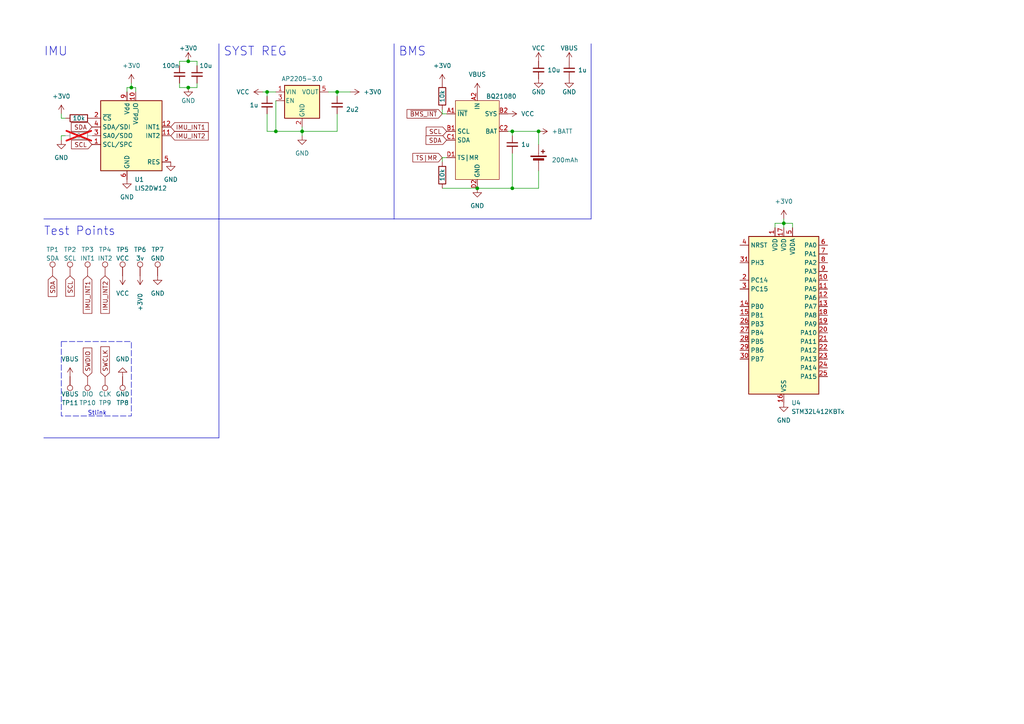
<source format=kicad_sch>
(kicad_sch (version 20230121) (generator eeschema)
  (paper "A4")
  (lib_symbols
    (symbol "Components:BQ21080"
      (property "Reference" "U" (at 0 12.7 0))
      (property "Value" "BQ21080" (at 0 0 0))
      (symbol "BQ21080_1_1"
        (rectangle (start -6.35 5.08) (end 6.35 -17.78) (fill (type background)))
        (pin open_collector line (at -8.89 1.27 0) (length 2.54) (name "~{INT}") (number "A1"))
        (pin power_in line (at 0 7.62 270) (length 2.54) (name "IN") (number "A2"))
        (pin input line (at -8.89 -3.81 0) (length 2.54) (name "SCL") (number "B1"))
        (pin power_out line (at 8.89 1.27 180) (length 2.54) (name "SYS") (number "B2"))
        (pin bidirectional line (at -8.89 -6.35 0) (length 2.54) (name "SDA") (number "C1"))
        (pin power_in line (at 8.89 -3.81 180) (length 2.54) (name "BAT") (number "C2"))
        (pin bidirectional line (at -8.89 -11.43 0) (length 2.54) (name "TS|MR") (number "D1"))
        (pin power_in line (at 0 -20.32 90) (length 2.54) (name "GND") (number "D2"))
      )
    )
    (symbol "Connector:TestPoint" (pin_numbers hide) (pin_names (offset 0.762) hide)
      (property "Reference" "TP" (at 0 6.858 0))
      (property "Value" "TestPoint" (at 0 5.08 0))
      (symbol "TestPoint_0_1"
        (circle (center 0 3.302) (radius 0.762))
      )
      (symbol "TestPoint_1_1"
        (pin passive line (at 0 0 90) (length 2.54) (name "1") (number "1"))
      )
    )
    (symbol "Device:Battery_Cell" (pin_numbers hide) (pin_names (offset 0) hide)
      (property "Reference" "BT" (at 2.54 2.54 0))
      (property "Value" "Battery_Cell" (at 2.54 0 0))
      (symbol "Battery_Cell_0_1"
        (rectangle (start -2.286 1.778) (end 2.286 1.524) (fill (type outline)))
        (rectangle (start -1.524 1.016) (end 1.524 0.508) (fill (type outline)))
        (polyline (pts (xy 0 0.762) (xy 0 0)))
        (polyline (pts (xy 0 1.778) (xy 0 2.54)))
        (polyline (pts (xy 0.762 3.048) (xy 1.778 3.048)) (stroke (width 0.254)))
        (polyline (pts (xy 1.27 3.556) (xy 1.27 2.54)) (stroke (width 0.254)))
      )
      (symbol "Battery_Cell_1_1"
        (pin passive line (at 0 5.08 270) (length 2.54) (name "+") (number "1"))
        (pin passive line (at 0 -2.54 90) (length 2.54) (name "-") (number "2"))
      )
    )
    (symbol "Device:C_Small" (pin_numbers hide) (pin_names (offset 0.254) hide)
      (property "Reference" "C" (at 0.254 1.778 0))
      (property "Value" "C_Small" (at 0.254 -2.032 0))
      (symbol "C_Small_0_1"
        (polyline (pts (xy -1.524 -0.508) (xy 1.524 -0.508)) (stroke (width 0.3302)))
        (polyline (pts (xy -1.524 0.508) (xy 1.524 0.508)) (stroke (width 0.3048)))
      )
      (symbol "C_Small_1_1"
        (pin passive line (at 0 2.54 270) (length 2.032) (name "~") (number "1"))
        (pin passive line (at 0 -2.54 90) (length 2.032) (name "~") (number "2"))
      )
    )
    (symbol "Device:R" (pin_numbers hide) (pin_names (offset 0))
      (property "Reference" "R" (at 2.032 0 90))
      (property "Value" "R" (at 0 0 90))
      (symbol "R_0_1"
        (rectangle (start -1.016 -2.54) (end 1.016 2.54) (stroke (width 0.254)))
      )
      (symbol "R_1_1"
        (pin passive line (at 0 3.81 270) (length 1.27) (name "~") (number "1"))
        (pin passive line (at 0 -3.81 90) (length 1.27) (name "~") (number "2"))
      )
    )
    (symbol "MCU_ST_STM32L4:STM32L412KBTx"
      (property "Reference" "U" (at -10.16 24.13 0))
      (property "Value" "STM32L412KBTx" (at 5.08 24.13 0))
      (symbol "STM32L412KBTx_0_1"
        (rectangle (start -10.16 -22.86) (end 10.16 22.86) (stroke (width 0.254)) (fill (type background)))
      )
      (symbol "STM32L412KBTx_1_1"
        (pin power_in line (at -2.54 25.4 270) (length 2.54) (name "VDD") (number "1"))
        (pin bidirectional line (at 12.7 10.16 180) (length 2.54) (name "PA4") (number "10"))
        (pin bidirectional line (at 12.7 7.62 180) (length 2.54) (name "PA5") (number "11"))
        (pin bidirectional line (at 12.7 5.08 180) (length 2.54) (name "PA6") (number "12"))
        (pin bidirectional line (at 12.7 2.54 180) (length 2.54) (name "PA7") (number "13"))
        (pin bidirectional line (at -12.7 2.54 0) (length 2.54) (name "PB0") (number "14"))
        (pin bidirectional line (at -12.7 0 0) (length 2.54) (name "PB1") (number "15"))
        (pin power_in line (at 0 -25.4 90) (length 2.54) (name "VSS") (number "16"))
        (pin power_in line (at 0 25.4 270) (length 2.54) (name "VDD") (number "17"))
        (pin bidirectional line (at 12.7 0 180) (length 2.54) (name "PA8") (number "18"))
        (pin bidirectional line (at 12.7 -2.54 180) (length 2.54) (name "PA9") (number "19"))
        (pin bidirectional line (at -12.7 10.16 0) (length 2.54) (name "PC14") (number "2"))
        (pin bidirectional line (at 12.7 -5.08 180) (length 2.54) (name "PA10") (number "20"))
        (pin bidirectional line (at 12.7 -7.62 180) (length 2.54) (name "PA11") (number "21"))
        (pin bidirectional line (at 12.7 -10.16 180) (length 2.54) (name "PA12") (number "22"))
        (pin bidirectional line (at 12.7 -12.7 180) (length 2.54) (name "PA13") (number "23"))
        (pin bidirectional line (at 12.7 -15.24 180) (length 2.54) (name "PA14") (number "24"))
        (pin bidirectional line (at 12.7 -17.78 180) (length 2.54) (name "PA15") (number "25"))
        (pin bidirectional line (at -12.7 -2.54 0) (length 2.54) (name "PB3") (number "26"))
        (pin bidirectional line (at -12.7 -5.08 0) (length 2.54) (name "PB4") (number "27"))
        (pin bidirectional line (at -12.7 -7.62 0) (length 2.54) (name "PB5") (number "28"))
        (pin bidirectional line (at -12.7 -10.16 0) (length 2.54) (name "PB6") (number "29"))
        (pin bidirectional line (at -12.7 7.62 0) (length 2.54) (name "PC15") (number "3"))
        (pin bidirectional line (at -12.7 -12.7 0) (length 2.54) (name "PB7") (number "30"))
        (pin bidirectional line (at -12.7 15.24 0) (length 2.54) (name "PH3") (number "31"))
        (pin passive line (at 0 -25.4 90) (length 2.54) hide (name "VSS") (number "32"))
        (pin input line (at -12.7 20.32 0) (length 2.54) (name "NRST") (number "4"))
        (pin power_in line (at 2.54 25.4 270) (length 2.54) (name "VDDA") (number "5"))
        (pin bidirectional line (at 12.7 20.32 180) (length 2.54) (name "PA0") (number "6"))
        (pin bidirectional line (at 12.7 17.78 180) (length 2.54) (name "PA1") (number "7"))
        (pin bidirectional line (at 12.7 15.24 180) (length 2.54) (name "PA2") (number "8"))
        (pin bidirectional line (at 12.7 12.7 180) (length 2.54) (name "PA3") (number "9"))
      )
    )
    (symbol "Regulator_Linear:AP2127K-3.0" (pin_names (offset 0.254))
      (property "Reference" "U" (at -5.08 5.715 0))
      (property "Value" "AP2127K-3.0" (at 0 5.715 0))
      (symbol "AP2127K-3.0_0_1"
        (rectangle (start -5.08 4.445) (end 5.08 -5.08) (stroke (width 0.254)) (fill (type background)))
      )
      (symbol "AP2127K-3.0_1_1"
        (pin power_in line (at -7.62 2.54 0) (length 2.54) (name "VIN") (number "1"))
        (pin power_in line (at 0 -7.62 90) (length 2.54) (name "GND") (number "2"))
        (pin input line (at -7.62 0 0) (length 2.54) (name "EN") (number "3"))
        (pin no_connect line (at 5.08 0 180) (length 2.54) hide (name "NC") (number "4"))
        (pin power_out line (at 7.62 2.54 180) (length 2.54) (name "VOUT") (number "5"))
      )
    )
    (symbol "Sensor_Motion:LIS2DE12"
      (property "Reference" "U" (at -5.08 11.43 0))
      (property "Value" "LIS2DE12" (at 3.81 11.43 0))
      (symbol "LIS2DE12_0_1"
        (rectangle (start -7.62 10.16) (end 10.16 -10.16) (stroke (width 0.254)) (fill (type background)))
      )
      (symbol "LIS2DE12_1_1"
        (pin input line (at -10.16 -2.54 0) (length 2.54) (name "SCL/SPC") (number "1"))
        (pin power_in line (at 2.54 12.7 270) (length 2.54) (name "Vdd_IO") (number "10"))
        (pin output line (at 12.7 0 180) (length 2.54) (name "INT2") (number "11"))
        (pin output line (at 12.7 2.54 180) (length 2.54) (name "INT1") (number "12"))
        (pin input line (at -10.16 5.08 0) (length 2.54) (name "~{CS}") (number "2"))
        (pin bidirectional line (at -10.16 0 0) (length 2.54) (name "SA0/SDO") (number "3"))
        (pin bidirectional line (at -10.16 2.54 0) (length 2.54) (name "SDA/SDI") (number "4"))
        (pin passive line (at 12.7 -7.62 180) (length 2.54) (name "RES") (number "5"))
        (pin power_in line (at 0 -12.7 90) (length 2.54) (name "GND") (number "6"))
        (pin passive line (at 0 -12.7 90) (length 2.54) hide (name "GND") (number "7"))
        (pin passive line (at 0 -12.7 90) (length 2.54) hide (name "GND") (number "8"))
        (pin power_in line (at 0 12.7 270) (length 2.54) (name "Vdd") (number "9"))
      )
    )
    (symbol "power:+3V0" (power) (pin_names (offset 0))
      (property "Value" "+3V0" (at 0 3.556 0))
      (symbol "+3V0_0_1"
        (polyline (pts (xy -0.762 1.27) (xy 0 2.54)))
        (polyline (pts (xy 0 0) (xy 0 2.54)))
        (polyline (pts (xy 0 2.54) (xy 0.762 1.27)))
      )
      (symbol "+3V0_1_1"
        (pin power_in line (at 0 0 90) (length 0) hide (name "+3V0") (number "1"))
      )
    )
    (symbol "power:+BATT" (power) (pin_names (offset 0))
      (property "Value" "+BATT" (at 0 3.556 0))
      (symbol "+BATT_0_1"
        (polyline (pts (xy -0.762 1.27) (xy 0 2.54)))
        (polyline (pts (xy 0 0) (xy 0 2.54)))
        (polyline (pts (xy 0 2.54) (xy 0.762 1.27)))
      )
      (symbol "+BATT_1_1"
        (pin power_in line (at 0 0 90) (length 0) hide (name "+BATT") (number "1"))
      )
    )
    (symbol "power:GND" (power) (pin_names (offset 0))
      (property "Value" "GND" (at 0 -3.81 0))
      (symbol "GND_0_1"
        (polyline (pts (xy 0 0) (xy 0 -1.27) (xy 1.27 -1.27) (xy 0 -2.54) (xy -1.27 -1.27) (xy 0 -1.27)))
      )
      (symbol "GND_1_1"
        (pin power_in line (at 0 0 270) (length 0) hide (name "GND") (number "1"))
      )
    )
    (symbol "power:VBUS" (power) (pin_names (offset 0))
      (property "Value" "VBUS" (at 0 3.81 0))
      (symbol "VBUS_0_1"
        (polyline (pts (xy -0.762 1.27) (xy 0 2.54)))
        (polyline (pts (xy 0 0) (xy 0 2.54)))
        (polyline (pts (xy 0 2.54) (xy 0.762 1.27)))
      )
      (symbol "VBUS_1_1"
        (pin power_in line (at 0 0 90) (length 0) hide (name "VBUS") (number "1"))
      )
    )
    (symbol "power:VCC" (power) (pin_names (offset 0))
      (property "Value" "VCC" (at 0 3.81 0))
      (symbol "VCC_0_1"
        (polyline (pts (xy -0.762 1.27) (xy 0 2.54)))
        (polyline (pts (xy 0 0) (xy 0 2.54)))
        (polyline (pts (xy 0 2.54) (xy 0.762 1.27)))
      )
      (symbol "VCC_1_1"
        (pin power_in line (at 0 0 90) (length 0) hide (name "VCC") (number "1"))
      )
    )
  )
  (junction (at 87.63 38.1))
  (junction (at 54.61 25.4))
  (junction (at 138.43 54.61))
  (junction (at 148.59 38.1))
  (junction (at 227.33 64.77))
  (junction (at 38.1 25.4))
  (junction (at 148.59 54.61))
  (junction (at 54.61 17.78))
  (junction (at 77.47 26.67))
  (junction (at 156.21 38.1))
  (junction (at 80.01 38.1))
  (junction (at 97.79 26.67))
  (wire (pts (xy 148.59 54.61) (xy 138.43 54.61)))
  (wire (pts (xy 229.87 64.77) (xy 229.87 66.04)))
  (polyline (pts (xy 63.5 12.7) (xy 63.5 63.5)))
  (wire (pts (xy 129.54 45.72) (xy 128.27 45.72)))
  (polyline (pts (xy 63.5 63.5) (xy 114.3 63.5)))
  (wire (pts (xy 36.83 26.67) (xy 36.83 25.4)))
  (wire (pts (xy 224.79 64.77) (xy 227.33 64.77)))
  (wire (pts (xy 57.15 24.13) (xy 57.15 25.4)))
  (wire (pts (xy 57.15 17.78) (xy 54.61 17.78)))
  (wire (pts (xy 19.05 34.29) (xy 17.78 34.29)))
  (polyline (pts (xy 12.7 63.5) (xy 63.5 63.5)))
  (wire (pts (xy 156.21 49.53) (xy 156.21 54.61)))
  (polyline (pts (xy 12.7 127) (xy 63.5 127)))
  (wire (pts (xy 156.21 38.1) (xy 148.59 38.1)))
  (wire (pts (xy 97.79 26.67) (xy 97.79 27.94)))
  (wire (pts (xy 52.07 25.4) (xy 52.07 24.13)))
  (wire (pts (xy 97.79 26.67) (xy 101.6 26.67)))
  (wire (pts (xy 156.21 41.91) (xy 156.21 38.1)))
  (wire (pts (xy 128.27 45.72) (xy 128.27 46.99)))
  (wire (pts (xy 77.47 38.1) (xy 80.01 38.1)))
  (wire (pts (xy 39.37 26.67) (xy 39.37 25.4)))
  (wire (pts (xy 17.78 39.37) (xy 17.78 40.64)))
  (wire (pts (xy 97.79 33.02) (xy 97.79 38.1)))
  (wire (pts (xy 80.01 26.67) (xy 77.47 26.67)))
  (polyline (pts (xy 63.5 63.5) (xy 63.5 127)))
  (wire (pts (xy 77.47 33.02) (xy 77.47 38.1)))
  (wire (pts (xy 54.61 25.4) (xy 57.15 25.4)))
  (wire (pts (xy 54.61 17.78) (xy 52.07 17.78)))
  (wire (pts (xy 129.54 33.02) (xy 128.27 33.02)))
  (polyline (pts (xy 171.45 12.7) (xy 171.45 63.5)))
  (wire (pts (xy 128.27 54.61) (xy 138.43 54.61)))
  (wire (pts (xy 227.33 64.77) (xy 229.87 64.77)))
  (wire (pts (xy 148.59 38.1) (xy 148.59 39.37)))
  (polyline (pts (xy 114.3 63.5) (xy 171.45 63.5)))
  (wire (pts (xy 128.27 33.02) (xy 128.27 31.75)))
  (wire (pts (xy 57.15 19.05) (xy 57.15 17.78)))
  (wire (pts (xy 77.47 26.67) (xy 77.47 27.94)))
  (wire (pts (xy 52.07 17.78) (xy 52.07 19.05)))
  (wire (pts (xy 80.01 38.1) (xy 87.63 38.1)))
  (wire (pts (xy 39.37 25.4) (xy 38.1 25.4)))
  (wire (pts (xy 156.21 54.61) (xy 148.59 54.61)))
  (wire (pts (xy 76.2 26.67) (xy 77.47 26.67)))
  (wire (pts (xy 227.33 64.77) (xy 227.33 66.04)))
  (wire (pts (xy 87.63 36.83) (xy 87.63 38.1)))
  (wire (pts (xy 38.1 24.13) (xy 38.1 25.4)))
  (wire (pts (xy 54.61 25.4) (xy 52.07 25.4)))
  (wire (pts (xy 97.79 38.1) (xy 87.63 38.1)))
  (polyline (pts (xy 114.3 12.7) (xy 114.3 63.5)))
  (wire (pts (xy 17.78 34.29) (xy 17.78 33.02)))
  (wire (pts (xy 224.79 66.04) (xy 224.79 64.77)))
  (wire (pts (xy 147.32 38.1) (xy 148.59 38.1)))
  (wire (pts (xy 227.33 63.5) (xy 227.33 64.77)))
  (wire (pts (xy 80.01 29.21) (xy 80.01 38.1)))
  (wire (pts (xy 95.25 26.67) (xy 97.79 26.67)))
  (wire (pts (xy 36.83 25.4) (xy 38.1 25.4)))
  (wire (pts (xy 148.59 44.45) (xy 148.59 54.61)))
  (wire (pts (xy 87.63 38.1) (xy 87.63 39.37)))
  (wire (pts (xy 19.05 39.37) (xy 17.78 39.37)))
  (rectangle (start 17.78 99.06) (end 38.1 120.65) (stroke (width 0) (type dash)))
  (text "Test Points" (at 12.7 68.58 0) (effects (font (size 2.45 2.45)) (justify left bottom)))
  (text "SYST REG" (at 64.77 16.51 0) (effects (font (size 2.54 2.54)) (justify left bottom)))
  (text "Stlink" (at 25.4 120.65 0) (effects (font (size 1.27 1.27)) (justify left bottom)))
  (text "IMU" (at 12.7 16.51 0) (effects (font (size 2.54 2.54)) (justify left bottom)))
  (text "BMS" (at 115.57 16.51 0) (effects (font (size 2.54 2.54)) (justify left bottom)))
  (global_label "IMU_INT1" (shape input) (at 49.53 36.83 0) (property "Intersheetrefs" "${INTERSHEET_REFS}" (effects hide)))
  (global_label "IMU_INT2" (shape input) (at 49.53 39.37 0) (property "Intersheetrefs" "${INTERSHEET_REFS}" (effects hide)))
  (global_label "TS|MR" (shape input) (at 128.27 45.72 180) (property "Intersheetrefs" "${INTERSHEET_REFS}" (effects hide)))
  (global_label "SWDIO" (shape input) (at 25.4 109.22 90) (property "Intersheetrefs" "${INTERSHEET_REFS}" (effects hide)))
  (global_label "SDA" (shape input) (at 129.54 40.64 180) (property "Intersheetrefs" "${INTERSHEET_REFS}" (effects hide)))
  (global_label "SCL" (shape input) (at 26.67 41.91 180) (property "Intersheetrefs" "${INTERSHEET_REFS}" (effects hide)))
  (global_label "IMU_INT2" (shape input) (at 30.48 80.01 270) (property "Intersheetrefs" "${INTERSHEET_REFS}" (effects hide)))
  (global_label "SWCLK" (shape input) (at 30.48 109.22 90) (property "Intersheetrefs" "${INTERSHEET_REFS}" (effects hide)))
  (global_label "SCL" (shape input) (at 129.54 38.1 180) (property "Intersheetrefs" "${INTERSHEET_REFS}" (effects hide)))
  (global_label "SCL" (shape input) (at 20.32 80.01 270) (property "Intersheetrefs" "${INTERSHEET_REFS}" (effects hide)))
  (global_label "SDA" (shape input) (at 26.67 36.83 180) (property "Intersheetrefs" "${INTERSHEET_REFS}" (effects hide)))
  (global_label "SDA" (shape input) (at 15.24 80.01 270) (property "Intersheetrefs" "${INTERSHEET_REFS}" (effects hide)))
  (global_label "~{BMS_INT}" (shape input) (at 128.27 33.02 180) (property "Intersheetrefs" "${INTERSHEET_REFS}" (effects hide)))
  (global_label "IMU_INT1" (shape input) (at 25.4 80.01 270) (property "Intersheetrefs" "${INTERSHEET_REFS}" (effects hide)))
  (symbol (lib_id "Device:C_Small") (at 165.1 20.32 0) (unit 1)
    (property "Reference" "C6" (effects hide))
    (property "Value" "1u" (at 167.64 20.32 0) (effects (justify left)))
    (property "Footprint" "Capacitor_SMD:C_0402_1005Metric" (effects hide))
  )
  (symbol (lib_id "power:GND") (at 156.21 22.86 0) (unit 1)
    (property "Reference" "#PWR024" (effects hide))
    (property "Value" "GND" (at 156.21 26.67 0))
  )
  (symbol (lib_id "Device:C_Small") (at 77.47 30.48 0) (unit 1)
    (property "Reference" "C2" (effects hide))
    (property "Value" "1u" (at 72.39 30.48 0) (effects (justify left)))
    (property "Footprint" "Capacitor_SMD:C_0402_1005Metric" (effects hide))
  )
  (symbol (lib_id "power:GND") (at 165.1 22.86 0) (unit 1)
    (property "Reference" "#PWR022" (effects hide))
    (property "Value" "GND" (at 165.1 26.67 0))
  )
  (symbol (lib_id "power:GND") (at 36.83 52.07 0) (unit 1)
    (property "Reference" "#PWR03" (effects hide))
    (property "Value" "GND" (at 36.83 57.15 0))
  )
  (symbol (lib_id "Device:R") (at 128.27 50.8 180) (unit 1)
    (property "Reference" "R3" (effects hide))
    (property "Value" "10k" (at 128.27 50.8 90))
    (property "Footprint" "Resistor_SMD:R_0402_1005Metric" (effects hide))
  )
  (symbol (lib_id "Sensor_Motion:LIS2DE12") (at 36.83 39.37 0) (unit 1)
    (property "Reference" "U1" (at 39.0241 52.07 0) (effects (justify left)))
    (property "Value" "LIS2DW12" (at 39.0241 54.61 0) (effects (justify left)))
    (property "Footprint" "Package_LGA:LGA-12_2x2mm_P0.5mm" (effects hide))
    (property "Datasheet" "https://www.st.com/en/mems-and-sensors/lis2dw12.html" (effects hide))
  )
  (symbol (lib_id "Components:BQ21080") (at 138.43 34.29 0) (unit 1)
    (property "Reference" "U3" (effects hide))
    (property "Value" "BQ21080" (at 140.97 27.94 0) (effects (justify left)))
    (property "Footprint" "Components:Texas_DSBGA-8-1.04x1.59mm" (effects hide))
    (property "Datasheet" "https://www.ti.com/lit/ds/symlink/bq21080.pdf?ts=1709712605599&ref_url=https%253A%252F%252Fwww.ti.com%252Fproduct%252FBQ21080" (effects hide))
  )
  (symbol (lib_id "power:VCC") (at 147.32 33.02 270) (unit 1)
    (property "Reference" "#PWR016" (effects hide))
    (property "Value" "VCC" (at 151.13 33.02 90) (effects (justify left)))
  )
  (symbol (lib_id "power:+3V0") (at 101.6 26.67 270) (unit 1)
    (property "Reference" "#PWR07" (effects hide))
    (property "Value" "+3V0" (at 105.41 26.67 90) (effects (justify left)))
  )
  (symbol (lib_id "Connector:TestPoint") (at 35.56 109.22 180) (unit 1)
    (property "Reference" "TP8" (at 35.56 116.84 0))
    (property "Value" "GND" (at 35.56 114.3 0))
    (property "Footprint" "TestPoint:TestPoint_Pad_D1.0mm" (effects hide))
  )
  (symbol (lib_id "power:+3V0") (at 227.33 63.5 0) (unit 1)
    (property "Reference" "#PWR025" (effects hide))
    (property "Value" "+3V0" (at 227.33 58.42 0))
  )
  (symbol (lib_id "power:GND") (at 17.78 40.64 0) (unit 1)
    (property "Reference" "#PWR02" (effects hide))
    (property "Value" "GND" (at 17.78 45.72 0))
  )
  (symbol (lib_id "Device:C_Small") (at 52.07 21.59 0) (unit 1)
    (property "Reference" "C4" (effects hide))
    (property "Value" "100n" (at 49.53 19.05 0))
    (property "Footprint" "Capacitor_SMD:C_0402_1005Metric" (effects hide))
  )
  (symbol (lib_id "power:VBUS") (at 20.32 109.22 0) (unit 1)
    (property "Reference" "#PWR011" (effects hide))
    (property "Value" "VBUS" (at 20.32 104.14 0))
  )
  (symbol (lib_id "Connector:TestPoint") (at 30.48 80.01 0) (unit 1)
    (property "Reference" "TP4" (at 30.48 72.39 0))
    (property "Value" "INT2" (at 30.48 74.93 0))
    (property "Footprint" "TestPoint:TestPoint_Pad_D1.0mm" (effects hide))
  )
  (symbol (lib_id "Connector:TestPoint") (at 20.32 80.01 0) (unit 1)
    (property "Reference" "TP2" (at 20.32 72.39 0))
    (property "Value" "SCL" (at 20.32 74.93 0))
    (property "Footprint" "TestPoint:TestPoint_Pad_D1.0mm" (effects hide))
  )
  (symbol (lib_id "power:GND") (at 35.56 109.22 180) (unit 1)
    (property "Reference" "#PWR018" (effects hide))
    (property "Value" "GND" (at 35.56 104.14 0))
  )
  (symbol (lib_id "power:+3V0") (at 40.64 80.01 180) (unit 1)
    (property "Reference" "#PWR012" (effects hide))
    (property "Value" "+3V0" (at 40.64 87.63 90))
  )
  (symbol (lib_id "Connector:TestPoint") (at 35.56 80.01 0) (unit 1)
    (property "Reference" "TP5" (at 35.56 72.39 0))
    (property "Value" "VCC" (at 35.56 74.93 0))
    (property "Footprint" "TestPoint:TestPoint_Pad_D1.0mm" (effects hide))
  )
  (symbol (lib_id "power:GND") (at 54.61 25.4 0) (unit 1)
    (property "Reference" "#PWR08" (effects hide))
    (property "Value" "GND" (at 54.61 29.21 0))
  )
  (symbol (lib_id "power:VCC") (at 76.2 26.67 90) (unit 1)
    (property "Reference" "#PWR017" (effects hide))
    (property "Value" "VCC" (at 72.39 26.67 90) (effects (justify left)))
  )
  (symbol (lib_id "Device:R") (at 128.27 27.94 180) (unit 1)
    (property "Reference" "R4" (effects hide))
    (property "Value" "10k" (at 128.27 27.94 90))
    (property "Footprint" "Resistor_SMD:R_0402_1005Metric" (effects hide))
  )
  (symbol (lib_id "Connector:TestPoint") (at 20.32 109.22 180) (unit 1)
    (property "Reference" "TP11" (at 20.32 116.84 0))
    (property "Value" "VBUS" (at 20.32 114.3 0))
    (property "Footprint" "TestPoint:TestPoint_Pad_D1.0mm" (effects hide))
  )
  (symbol (lib_id "power:VBUS") (at 138.43 26.67 0) (unit 1)
    (property "Reference" "#PWR019" (effects hide))
    (property "Value" "VBUS" (at 138.43 21.59 0))
  )
  (symbol (lib_id "power:+3V0") (at 17.78 33.02 0) (unit 1)
    (property "Reference" "#PWR010" (effects hide))
    (property "Value" "+3V0" (at 17.78 27.94 0))
  )
  (symbol (lib_id "Device:C_Small") (at 148.59 41.91 0) (unit 1)
    (property "Reference" "C5" (effects hide))
    (property "Value" "1u" (at 151.13 41.91 0) (effects (justify left)))
    (property "Footprint" "Capacitor_SMD:C_0402_1005Metric" (effects hide))
  )
  (symbol (lib_id "power:GND") (at 45.72 80.01 0) (unit 1)
    (property "Reference" "#PWR013" (effects hide))
    (property "Value" "GND" (at 45.72 85.09 0))
  )
  (symbol (lib_id "power:VCC") (at 156.21 17.78 0) (unit 1)
    (property "Reference" "#PWR023" (effects hide))
    (property "Value" "VCC" (at 156.21 13.97 0))
  )
  (symbol (lib_id "power:GND") (at 87.63 39.37 0) (unit 1)
    (property "Reference" "#PWR05" (effects hide))
    (property "Value" "GND" (at 87.63 44.45 0))
  )
  (symbol (lib_id "Device:C_Small") (at 156.21 20.32 0) (unit 1)
    (property "Reference" "C7" (effects hide))
    (property "Value" "10u" (at 158.75 20.32 0) (effects (justify left)))
    (property "Footprint" "Capacitor_SMD:C_0402_1005Metric" (effects hide))
  )
  (symbol (lib_id "power:GND") (at 227.33 116.84 0) (unit 1)
    (property "Reference" "#PWR026" (effects hide))
    (property "Value" "GND" (at 227.33 121.92 0))
  )
  (symbol (lib_id "Device:R") (at 22.86 39.37 90) (unit 1) (in_bom no) (dnp yes)
    (property "Reference" "R2" (effects hide))
    (property "Value" "0" (at 22.86 39.37 90))
    (property "Footprint" "Resistor_SMD:R_0402_1005Metric" (effects hide))
  )
  (symbol (lib_id "power:VBUS") (at 165.1 17.78 0) (unit 1)
    (property "Reference" "#PWR021" (effects hide))
    (property "Value" "VBUS" (at 165.1 13.97 0))
  )
  (symbol (lib_id "power:VCC") (at 35.56 80.01 180) (unit 1)
    (property "Reference" "#PWR06" (effects hide))
    (property "Value" "VCC" (at 35.56 85.09 0))
  )
  (symbol (lib_id "power:GND") (at 138.43 54.61 0) (unit 1)
    (property "Reference" "#PWR014" (effects hide))
    (property "Value" "GND" (at 138.43 59.69 0))
  )
  (symbol (lib_id "MCU_ST_STM32L4:STM32L412KBTx") (at 227.33 91.44 0) (unit 1)
    (property "Reference" "U4" (at 229.5241 116.84 0) (effects (justify left)))
    (property "Value" "STM32L412KBTx" (at 229.5241 119.38 0) (effects (justify left)))
    (property "Footprint" "Package_QFP:LQFP-32_7x7mm_P0.8mm" (effects hide))
    (property "Datasheet" "https://www.st.com/resource/en/datasheet/stm32l412kb.pdf" (effects hide))
  )
  (symbol (lib_id "power:GND") (at 49.53 46.99 0) (unit 1)
    (property "Reference" "#PWR04" (effects hide))
    (property "Value" "GND" (at 49.53 52.07 0))
  )
  (symbol (lib_id "Connector:TestPoint") (at 15.24 80.01 0) (unit 1)
    (property "Reference" "TP1" (at 15.24 72.39 0))
    (property "Value" "SDA" (at 15.24 74.93 0))
    (property "Footprint" "TestPoint:TestPoint_Pad_D1.0mm" (effects hide))
  )
  (symbol (lib_id "Connector:TestPoint") (at 25.4 80.01 0) (unit 1)
    (property "Reference" "TP3" (at 25.4 72.39 0))
    (property "Value" "INT1" (at 25.4 74.93 0))
    (property "Footprint" "TestPoint:TestPoint_Pad_D1.0mm" (effects hide))
  )
  (symbol (lib_id "Device:Battery_Cell") (at 156.21 46.99 0) (unit 1)
    (property "Reference" "BT1" (effects hide))
    (property "Value" "200mAh" (at 160.02 46.4185 0) (effects (justify left)))
  )
  (symbol (lib_id "Connector:TestPoint") (at 40.64 80.01 0) (unit 1)
    (property "Reference" "TP6" (at 40.64 72.39 0))
    (property "Value" "3v" (at 40.64 74.93 0))
    (property "Footprint" "TestPoint:TestPoint_Pad_D1.0mm" (effects hide))
  )
  (symbol (lib_id "power:+3V0") (at 128.27 24.13 0) (unit 1)
    (property "Reference" "#PWR020" (effects hide))
    (property "Value" "+3V0" (at 128.27 19.05 0))
  )
  (symbol (lib_id "Connector:TestPoint") (at 30.48 109.22 180) (unit 1)
    (property "Reference" "TP9" (at 30.48 116.84 0))
    (property "Value" "CLK" (at 30.48 114.3 0))
    (property "Footprint" "TestPoint:TestPoint_Pad_D1.0mm" (effects hide))
  )
  (symbol (lib_id "power:+3V0") (at 38.1 24.13 0) (unit 1)
    (property "Reference" "#PWR01" (effects hide))
    (property "Value" "+3V0" (at 38.1 19.05 0))
  )
  (symbol (lib_id "Connector:TestPoint") (at 25.4 109.22 180) (unit 1)
    (property "Reference" "TP10" (at 25.4 116.84 0))
    (property "Value" "DIO" (at 25.4 114.3 0))
    (property "Footprint" "TestPoint:TestPoint_Pad_D1.0mm" (effects hide))
  )
  (symbol (lib_id "power:+BATT") (at 156.21 38.1 270) (unit 1)
    (property "Reference" "#PWR015" (effects hide))
    (property "Value" "+BATT" (at 160.02 38.1 90) (effects (justify left)))
  )
  (symbol (lib_id "Connector:TestPoint") (at 45.72 80.01 0) (unit 1)
    (property "Reference" "TP7" (at 45.72 72.39 0))
    (property "Value" "GND" (at 45.72 74.93 0))
    (property "Footprint" "TestPoint:TestPoint_Pad_D1.0mm" (effects hide))
  )
  (symbol (lib_id "Device:C_Small") (at 57.15 21.59 0) (unit 1)
    (property "Reference" "C3" (effects hide))
    (property "Value" "10u" (at 59.69 19.05 0))
    (property "Footprint" "Capacitor_SMD:C_0402_1005Metric" (effects hide))
  )
  (symbol (lib_id "Device:R") (at 22.86 34.29 90) (unit 1)
    (property "Reference" "R1" (effects hide))
    (property "Value" "10k" (at 22.86 34.29 90))
    (property "Footprint" "Resistor_SMD:R_0402_1005Metric" (effects hide))
  )
  (symbol (lib_id "Regulator_Linear:AP2127K-3.0") (at 87.63 29.21 0) (unit 1)
    (property "Reference" "U2" (effects hide))
    (property "Value" "AP2205-3.0" (at 87.63 22.86 0))
    (property "Footprint" "Package_TO_SOT_SMD:SOT-23-5" (effects hide))
    (property "Datasheet" "https://www.diodes.com/assets/Datasheets/AP2205.pdf" (effects hide))
  )
  (symbol (lib_id "Device:C_Small") (at 97.79 30.48 0) (unit 1)
    (property "Reference" "C1" (effects hide))
    (property "Value" "2u2" (at 100.33 31.7563 0) (effects (justify left)))
    (property "Footprint" "Capacitor_SMD:C_0402_1005Metric" (effects hide))
  )
  (symbol (lib_id "power:+3V0") (at 54.61 17.78 0) (unit 1)
    (property "Reference" "#PWR09" (effects hide))
    (property "Value" "+3V0" (at 54.61 13.97 0))
  )
)
</source>
